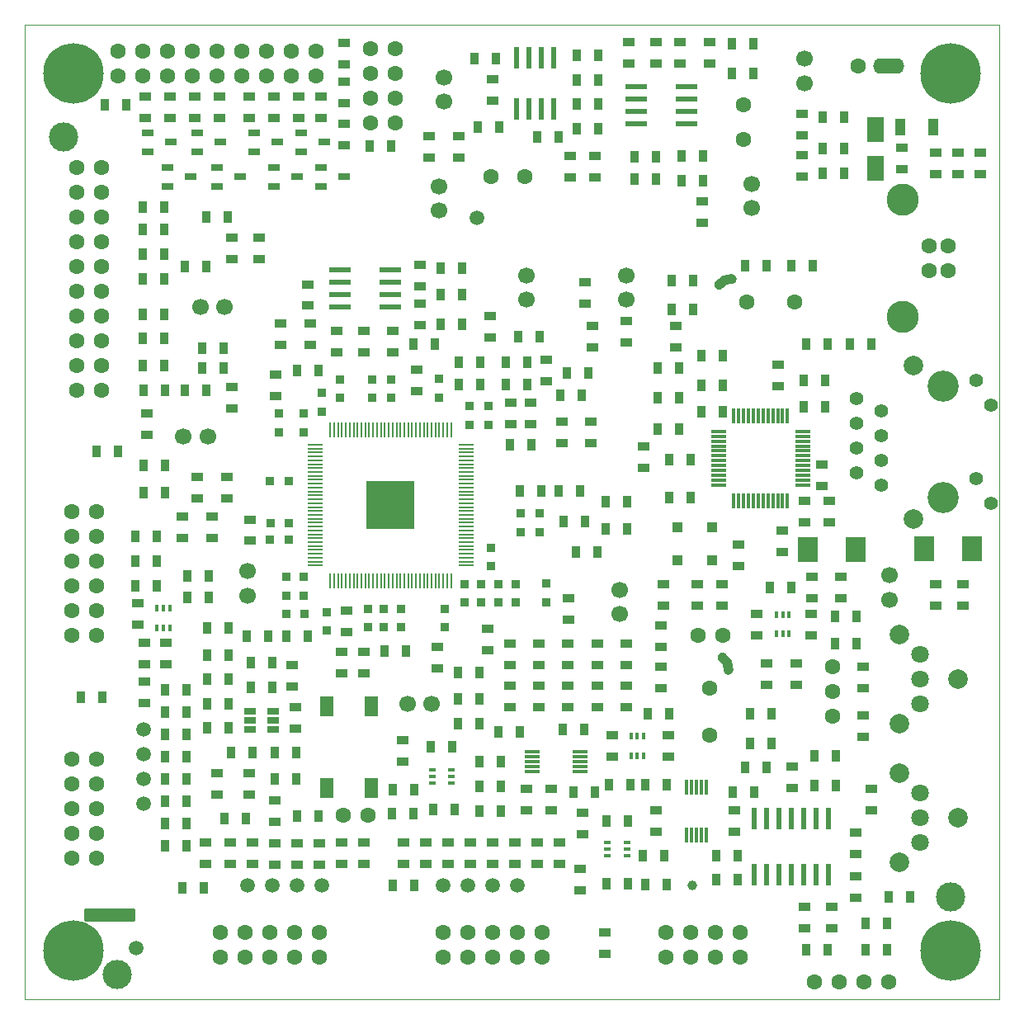
<source format=gts>
G04 #@! TF.FileFunction,Soldermask,Top*
%FSLAX46Y46*%
G04 Gerber Fmt 4.6, Leading zero omitted, Abs format (unit mm)*
G04 Created by KiCad (PCBNEW 4.0.5) date 02/08/17 14:07:06*
%MOMM*%
%LPD*%
G01*
G04 APERTURE LIST*
%ADD10C,0.150000*%
%ADD11C,1.000000*%
%ADD12C,0.100000*%
%ADD13R,1.300000X0.900000*%
%ADD14R,0.450000X0.800000*%
%ADD15C,1.400000*%
%ADD16C,2.000000*%
%ADD17C,3.200000*%
%ADD18C,1.600000*%
%ADD19C,1.500000*%
%ADD20R,0.900000X0.900000*%
%ADD21R,1.100000X1.700000*%
%ADD22R,0.900000X1.300000*%
%ADD23R,0.600000X2.200000*%
%ADD24C,1.700000*%
%ADD25O,3.200000X1.600000*%
%ADD26R,1.700000X2.500000*%
%ADD27C,1.800000*%
%ADD28C,6.200000*%
%ADD29C,3.000000*%
%ADD30C,3.300000*%
%ADD31R,1.000000X1.000000*%
%ADD32R,2.100000X2.600000*%
%ADD33R,1.400000X2.100000*%
%ADD34R,0.300000X1.500000*%
%ADD35R,1.500000X0.300000*%
%ADD36R,2.200000X0.600000*%
%ADD37R,0.800000X0.450000*%
%ADD38R,0.230000X1.500000*%
%ADD39R,1.500000X0.230000*%
%ADD40R,5.000000X5.000000*%
%ADD41O,2.500000X2.500000*%
%ADD42O,1.000000X1.000000*%
%ADD43R,1.200000X0.650000*%
%ADD44C,1.000000*%
%ADD45C,0.254000*%
G04 APERTURE END LIST*
D10*
D11*
X72192473Y33778209D02*
G75*
G03X71600000Y35050000I-1292473J171791D01*
G01*
X72521791Y73892473D02*
G75*
G03X71250000Y73300000I-171791J-1292473D01*
G01*
D12*
X0Y100000000D02*
X100000000Y100000000D01*
X15000000Y0D02*
X0Y0D01*
X100000000Y0D02*
X15000000Y0D01*
X100000000Y100000000D02*
X100000000Y0D01*
X0Y0D02*
X0Y100000000D01*
D13*
X38750000Y26610000D03*
X38750000Y24410000D03*
D14*
X78424000Y39458000D03*
X77774000Y39458000D03*
X77124000Y39458000D03*
X77124000Y37458000D03*
X77774000Y37458000D03*
X78424000Y37458000D03*
D15*
X87850000Y52720000D03*
X85310000Y53990000D03*
X87850000Y55260000D03*
X85310000Y56530000D03*
X87850000Y57800000D03*
X85310000Y59070000D03*
X87850000Y60340000D03*
X85310000Y61610000D03*
D16*
X91150000Y49290000D03*
X91150000Y65040000D03*
D17*
X94200000Y51450000D03*
X94200000Y62880000D03*
D15*
X99100000Y50840000D03*
X97580000Y63490000D03*
X97580000Y53380000D03*
X99100000Y60950000D03*
D18*
X78940000Y71500000D03*
X74060000Y71500000D03*
D13*
X80680000Y37358000D03*
X80680000Y39558000D03*
D19*
X11400000Y5200000D03*
X45466000Y11684000D03*
X48006000Y11684000D03*
X50546000Y11684000D03*
D20*
X43050000Y40050000D03*
X43050000Y38150000D03*
X31000000Y39700000D03*
X31000000Y37800000D03*
X32346000Y61670000D03*
X32346000Y63570000D03*
X30500000Y60300000D03*
X30500000Y62200000D03*
X53500000Y42650000D03*
X53500000Y40750000D03*
D21*
X89800000Y89500000D03*
X93200000Y89500000D03*
D13*
X41432000Y86376000D03*
X41432000Y88576000D03*
D22*
X10432000Y91804000D03*
X8232000Y91804000D03*
D13*
X60278000Y24900000D03*
X60278000Y27100000D03*
X78750000Y21650000D03*
X78750000Y23850000D03*
D22*
X83200000Y24950000D03*
X81000000Y24950000D03*
X81000000Y21950000D03*
X83200000Y21950000D03*
X88650000Y10500000D03*
X90850000Y10500000D03*
X88476000Y5080000D03*
X86276000Y5080000D03*
D13*
X80000000Y7282000D03*
X80000000Y9482000D03*
X85250000Y14900000D03*
X85250000Y17100000D03*
X85250000Y12600000D03*
X85250000Y10400000D03*
D22*
X46650000Y24384000D03*
X48850000Y24384000D03*
X46650000Y21844000D03*
X48850000Y21844000D03*
X46652000Y19304000D03*
X48852000Y19304000D03*
D13*
X45720000Y16086000D03*
X45720000Y13886000D03*
D22*
X57350000Y27686000D03*
X55150000Y27686000D03*
D13*
X51500000Y21600000D03*
X51500000Y19400000D03*
D22*
X70900000Y12250000D03*
X73100000Y12250000D03*
D13*
X50292000Y16086000D03*
X50292000Y13886000D03*
D22*
X74850000Y21250000D03*
X72650000Y21250000D03*
D13*
X54864000Y16086000D03*
X54864000Y13886000D03*
X52578000Y13886000D03*
X52578000Y16086000D03*
X48006000Y13886000D03*
X48006000Y16086000D03*
X43434000Y13886000D03*
X43434000Y16086000D03*
X64720000Y98178000D03*
X64720000Y95978000D03*
X44480000Y86376000D03*
X44480000Y88576000D03*
D22*
X39900000Y67250000D03*
X42100000Y67250000D03*
D13*
X21250000Y62850000D03*
X21250000Y60650000D03*
D22*
X69600000Y84000000D03*
X67400000Y84000000D03*
X20350000Y66750000D03*
X18150000Y66750000D03*
X20850000Y80250000D03*
X18650000Y80250000D03*
D13*
X66000000Y24900000D03*
X66000000Y27100000D03*
D22*
X74400000Y29250000D03*
X76600000Y29250000D03*
X74400000Y26250000D03*
X76600000Y26250000D03*
X50818000Y27432000D03*
X48618000Y27432000D03*
D13*
X54000000Y21600000D03*
X54000000Y19400000D03*
D22*
X83150000Y36500000D03*
X85350000Y36500000D03*
D13*
X28128000Y92650000D03*
X28128000Y90450000D03*
X30414000Y92650000D03*
X30414000Y90450000D03*
X12380000Y92650000D03*
X12380000Y90450000D03*
X14900000Y92650000D03*
X14900000Y90450000D03*
X17400000Y92650000D03*
X17400000Y90450000D03*
X20000000Y92650000D03*
X20000000Y90450000D03*
D22*
X83150000Y39250000D03*
X85350000Y39250000D03*
D13*
X80750000Y43350000D03*
X80750000Y41150000D03*
X90000000Y85150000D03*
X90000000Y87350000D03*
D22*
X56606000Y96822000D03*
X58806000Y96822000D03*
X58806000Y94322000D03*
X56606000Y94322000D03*
X56606000Y89322000D03*
X58806000Y89322000D03*
X81900000Y87250000D03*
X84100000Y87250000D03*
D13*
X58450000Y86544000D03*
X58450000Y84344000D03*
X37750000Y66400000D03*
X37750000Y68600000D03*
D22*
X16400000Y62500000D03*
X18600000Y62500000D03*
D13*
X62000000Y95978000D03*
X62000000Y98178000D03*
X70250000Y95978000D03*
X70250000Y98178000D03*
X95750000Y84650000D03*
X95750000Y86850000D03*
D22*
X52524000Y88492000D03*
X54724000Y88492000D03*
D13*
X98000000Y84650000D03*
X98000000Y86850000D03*
X21250000Y75900000D03*
X21250000Y78100000D03*
D22*
X39850000Y19000000D03*
X37650000Y19000000D03*
X63650000Y11750000D03*
X65850000Y11750000D03*
X37600000Y87500000D03*
X35400000Y87500000D03*
X76400000Y42250000D03*
X78600000Y42250000D03*
X84100000Y84750000D03*
X81900000Y84750000D03*
D13*
X24000000Y78100000D03*
X24000000Y75900000D03*
X86868000Y19400000D03*
X86868000Y21600000D03*
X83750000Y41150000D03*
X83750000Y43350000D03*
D22*
X48628000Y89508000D03*
X46428000Y89508000D03*
D13*
X79750000Y84400000D03*
X79750000Y86600000D03*
X79750000Y90850000D03*
X79750000Y88650000D03*
D22*
X84100000Y90500000D03*
X81900000Y90500000D03*
X46150000Y96500000D03*
X48350000Y96500000D03*
D13*
X40500000Y73150000D03*
X40500000Y75350000D03*
D22*
X20350000Y64750000D03*
X18150000Y64750000D03*
D13*
X48000000Y92150000D03*
X48000000Y94350000D03*
X86000000Y31900000D03*
X86000000Y34100000D03*
X86000000Y29100000D03*
X86000000Y26900000D03*
X93500000Y42600000D03*
X93500000Y40400000D03*
X96250000Y42600000D03*
X96250000Y40400000D03*
D22*
X88476000Y7750000D03*
X86276000Y7750000D03*
X82350000Y5080000D03*
X80150000Y5080000D03*
D13*
X82804000Y9482000D03*
X82804000Y7282000D03*
D23*
X82480000Y18522000D03*
X81210000Y18522000D03*
X79940000Y18522000D03*
X78670000Y18522000D03*
X77400000Y18522000D03*
X76130000Y18522000D03*
X74860000Y18522000D03*
X82480000Y12772000D03*
X81210000Y12772000D03*
X79940000Y12772000D03*
X78670000Y12772000D03*
X77400000Y12772000D03*
X76130000Y12772000D03*
X74860000Y12772000D03*
D13*
X76108000Y32278000D03*
X76108000Y34478000D03*
X40500000Y71350000D03*
X40500000Y69150000D03*
X79156000Y34478000D03*
X79156000Y32278000D03*
X75092000Y37358000D03*
X75092000Y39558000D03*
D22*
X12150000Y62500000D03*
X14350000Y62500000D03*
X14350000Y52000000D03*
X12150000Y52000000D03*
X14350000Y54750000D03*
X12150000Y54750000D03*
X64788000Y86470000D03*
X62588000Y86470000D03*
D13*
X69500000Y81850000D03*
X69500000Y79650000D03*
D24*
X88750000Y43500000D03*
X88750000Y41000000D03*
X42956000Y94568000D03*
X42956000Y92068000D03*
X80000000Y94000000D03*
X80000000Y96500000D03*
X20500000Y71000000D03*
X18000000Y71000000D03*
X18750000Y57750000D03*
X16250000Y57750000D03*
X42448000Y83392000D03*
X42448000Y80892000D03*
D22*
X63400000Y14750000D03*
X65600000Y14750000D03*
X73100000Y14750000D03*
X70900000Y14750000D03*
X37762000Y11684000D03*
X39962000Y11684000D03*
D18*
X85500000Y95750000D03*
D25*
X88675000Y95750000D03*
D26*
X87250000Y89250000D03*
X87250000Y85250000D03*
D18*
X81026000Y1778000D03*
X83566000Y1778000D03*
X86106000Y1778000D03*
X88646000Y1778000D03*
X35490000Y89908000D03*
X38030000Y89908000D03*
X9586000Y94750000D03*
X9586000Y97290000D03*
X82850000Y29010000D03*
X82850000Y34090000D03*
X82850000Y31550000D03*
D27*
X91842000Y35387000D03*
X91842000Y32847000D03*
X91842000Y30307000D03*
D16*
X95742000Y32847000D03*
X89742000Y37447000D03*
X89742000Y28247000D03*
D27*
X91842000Y21163000D03*
X91842000Y18623000D03*
X91842000Y16083000D03*
D16*
X95742000Y18623000D03*
X89742000Y23223000D03*
X89742000Y14023000D03*
D28*
X5000000Y5000000D03*
X95000000Y95000000D03*
X95000000Y5000000D03*
X5000000Y95000000D03*
D29*
X95000000Y10500000D03*
X4000000Y88500000D03*
X9500000Y2500000D03*
D19*
X46400000Y80200000D03*
D22*
X7375000Y56225000D03*
X9575000Y56225000D03*
D18*
X4826000Y50038000D03*
X7366000Y50038000D03*
X4826000Y47498000D03*
X7366000Y47498000D03*
X4826000Y44958000D03*
X7366000Y44958000D03*
X4826000Y42418000D03*
X7366000Y42418000D03*
X4826000Y39878000D03*
X7366000Y39878000D03*
X7366000Y37338000D03*
X4826000Y37338000D03*
D13*
X93500000Y86850000D03*
X93500000Y84650000D03*
D22*
X64788000Y84184000D03*
X62588000Y84184000D03*
X69600000Y86500000D03*
X67400000Y86500000D03*
D24*
X74610000Y83656000D03*
X74610000Y81156000D03*
D22*
X80150000Y67250000D03*
X82350000Y67250000D03*
D13*
X47500000Y35800000D03*
X47500000Y38000000D03*
D24*
X41750000Y30336000D03*
X39250000Y30336000D03*
D22*
X44400000Y30844000D03*
X46600000Y30844000D03*
X44400000Y28304000D03*
X46600000Y28304000D03*
D13*
X72762000Y17146000D03*
X72762000Y19346000D03*
X64750000Y17150000D03*
X64750000Y19350000D03*
X77750000Y48100000D03*
X77750000Y45900000D03*
D22*
X78650000Y75250000D03*
X80850000Y75250000D03*
X82100000Y60750000D03*
X79900000Y60750000D03*
X82100000Y63500000D03*
X79900000Y63500000D03*
D13*
X19750000Y23198000D03*
X19750000Y20998000D03*
X27460000Y32082000D03*
X27460000Y34282000D03*
D22*
X25360000Y34532000D03*
X23160000Y34532000D03*
X25360000Y32032000D03*
X23160000Y32032000D03*
X20860000Y27832000D03*
X18660000Y27832000D03*
X20860000Y38082000D03*
X18660000Y38082000D03*
D13*
X53500000Y63400000D03*
X53500000Y65600000D03*
D22*
X26840000Y37250000D03*
X29040000Y37250000D03*
D24*
X22880000Y43922000D03*
X22880000Y41422000D03*
D22*
X18880000Y41200000D03*
X16680000Y41200000D03*
D20*
X27079605Y48871937D03*
X25179605Y48871937D03*
X28700000Y39500000D03*
X26800000Y39500000D03*
D13*
X71500000Y42600000D03*
X71500000Y40400000D03*
D24*
X61000000Y42000000D03*
X61000000Y39500000D03*
D13*
X55750000Y41100000D03*
X55750000Y38900000D03*
D20*
X48596000Y42570000D03*
X48596000Y40670000D03*
X26096000Y58170000D03*
X26096000Y60070000D03*
X28596000Y58170000D03*
X28596000Y60070000D03*
X26846000Y43320000D03*
X26846000Y41420000D03*
X28596000Y43320000D03*
X28596000Y41420000D03*
X36846000Y40070000D03*
X36846000Y38170000D03*
X38555605Y40070000D03*
X38555605Y38170000D03*
X45096000Y42570000D03*
X45096000Y40670000D03*
X46846000Y42570000D03*
X46846000Y40670000D03*
X45596000Y58920000D03*
X45596000Y60820000D03*
X47596000Y58920000D03*
X47596000Y60820000D03*
X37596000Y61670000D03*
X37596000Y63570000D03*
X35596000Y61670000D03*
X35596000Y63570000D03*
D22*
X42650000Y69250000D03*
X44850000Y69250000D03*
D24*
X51500000Y71750000D03*
X51500000Y74250000D03*
D13*
X47750000Y70100000D03*
X47750000Y67900000D03*
D22*
X50650000Y68000000D03*
X52850000Y68000000D03*
D20*
X50896000Y47870000D03*
X52796000Y47870000D03*
X42522000Y61750000D03*
X42522000Y63650000D03*
X27046000Y53120000D03*
X25146000Y53120000D03*
X50896000Y49870000D03*
X52796000Y49870000D03*
X35175000Y40075000D03*
X35175000Y38175000D03*
X47846000Y46320000D03*
X47846000Y44420000D03*
D30*
X90040000Y82020000D03*
X90040000Y69980000D03*
D18*
X94750000Y74750000D03*
X92750000Y74750000D03*
X92750000Y77250000D03*
X94750000Y77250000D03*
X69088000Y37338000D03*
X71628000Y37338000D03*
D31*
X67000000Y45050000D03*
X67000000Y48450000D03*
X70500000Y45050000D03*
X70500000Y48450000D03*
D18*
X35490000Y92448000D03*
X38030000Y92448000D03*
D13*
X42352000Y36100000D03*
X42352000Y33900000D03*
D22*
X16680000Y43400000D03*
X18880000Y43400000D03*
D13*
X65500000Y42600000D03*
X65500000Y40400000D03*
D22*
X42650000Y75000000D03*
X44850000Y75000000D03*
D18*
X42926000Y4318000D03*
X42926000Y6858000D03*
X45466000Y4318000D03*
X45466000Y6858000D03*
X48006000Y4318000D03*
X48006000Y6858000D03*
X50546000Y4318000D03*
X50546000Y6858000D03*
X53086000Y4318000D03*
X53086000Y6858000D03*
X20066000Y4318000D03*
X20066000Y6858000D03*
X22606000Y4318000D03*
X22606000Y6858000D03*
X25146000Y4318000D03*
X25146000Y6858000D03*
X27686000Y4318000D03*
X27686000Y6858000D03*
X30226000Y4318000D03*
X30226000Y6858000D03*
X4826000Y24638000D03*
X7366000Y24638000D03*
X4826000Y22098000D03*
X7366000Y22098000D03*
X4826000Y19558000D03*
X7366000Y19558000D03*
X4826000Y17018000D03*
X7366000Y17018000D03*
X4826000Y14478000D03*
X7366000Y14478000D03*
X32672000Y18832000D03*
X35212000Y18832000D03*
D22*
X12108000Y70300000D03*
X14308000Y70300000D03*
X12108000Y65024000D03*
X14308000Y65024000D03*
D13*
X23368000Y13886000D03*
X23368000Y16086000D03*
X27940000Y13798000D03*
X27940000Y15998000D03*
X32512000Y13886000D03*
X32512000Y16086000D03*
X21082000Y16086000D03*
X21082000Y13886000D03*
X25654000Y15998000D03*
X25654000Y13798000D03*
X30226000Y15998000D03*
X30226000Y13798000D03*
X34798000Y16086000D03*
X34798000Y13886000D03*
D22*
X16594000Y31750000D03*
X14394000Y31750000D03*
X16594000Y27178000D03*
X14394000Y27178000D03*
X16594000Y22606000D03*
X14394000Y22606000D03*
X16594000Y18034000D03*
X14394000Y18034000D03*
X16594000Y15748000D03*
X14394000Y15748000D03*
X16594000Y20320000D03*
X14394000Y20320000D03*
X16594000Y24892000D03*
X14394000Y24892000D03*
X16594000Y29464000D03*
X14394000Y29464000D03*
X44435347Y33535347D03*
X46635347Y33535347D03*
D13*
X65250000Y34100000D03*
X65250000Y31900000D03*
X65250000Y38350000D03*
X65250000Y36150000D03*
X61750000Y69600000D03*
X61750000Y67400000D03*
X73200000Y44400000D03*
X73200000Y46600000D03*
X66750000Y69100000D03*
X66750000Y66900000D03*
X77250000Y62900000D03*
X77250000Y65100000D03*
D32*
X97200000Y46250000D03*
X92300000Y46250000D03*
X85238000Y46120000D03*
X80338000Y46120000D03*
D13*
X52730000Y36450000D03*
X52730000Y34250000D03*
X52730000Y32200000D03*
X52730000Y30000000D03*
X55730000Y36450000D03*
X55730000Y34250000D03*
X55730000Y32200000D03*
X55730000Y30000000D03*
X61730000Y36450000D03*
X61730000Y34250000D03*
X61730000Y32200000D03*
X61730000Y30000000D03*
X58730000Y36450000D03*
X58730000Y34250000D03*
X58730000Y32200000D03*
X58730000Y30000000D03*
X23000000Y23198000D03*
X23000000Y20998000D03*
D22*
X23360000Y25332000D03*
X21160000Y25332000D03*
D13*
X25654000Y18204000D03*
X25654000Y20404000D03*
X27760000Y29932000D03*
X27760000Y27732000D03*
D22*
X20490000Y18542000D03*
X22690000Y18542000D03*
X27900000Y18750000D03*
X30100000Y18750000D03*
X18660000Y32832000D03*
X20860000Y32832000D03*
X18660000Y30332000D03*
X20860000Y30332000D03*
X18660000Y35332000D03*
X20860000Y35332000D03*
X22776000Y37250000D03*
X24976000Y37250000D03*
D13*
X69000000Y40400000D03*
X69000000Y42600000D03*
D22*
X76100000Y23750000D03*
X73900000Y23750000D03*
X58450000Y21250000D03*
X56250000Y21250000D03*
X27900000Y64500000D03*
X30100000Y64500000D03*
D13*
X34750000Y68600000D03*
X34750000Y66400000D03*
X16178000Y47326000D03*
X16178000Y49526000D03*
X17702000Y51390000D03*
X17702000Y53590000D03*
X29250000Y69350000D03*
X29250000Y67150000D03*
X29000000Y73350000D03*
X29000000Y71150000D03*
X26250000Y69350000D03*
X26250000Y67150000D03*
X25750000Y64100000D03*
X25750000Y61900000D03*
X19226000Y47326000D03*
X19226000Y49526000D03*
X20750000Y51390000D03*
X20750000Y53590000D03*
X32000000Y68600000D03*
X32000000Y66400000D03*
X32746000Y87650000D03*
X32746000Y89850000D03*
X40236000Y64562000D03*
X40236000Y62362000D03*
D22*
X16426000Y75184000D03*
X18626000Y75184000D03*
X12108000Y81280000D03*
X14308000Y81280000D03*
X44850000Y72250000D03*
X42650000Y72250000D03*
D13*
X32975000Y39850000D03*
X32975000Y37650000D03*
X58096000Y57020000D03*
X58096000Y59220000D03*
X55096000Y57020000D03*
X55096000Y59220000D03*
X23096000Y47020000D03*
X23096000Y49220000D03*
D22*
X54746000Y52120000D03*
X56946000Y52120000D03*
X50746000Y52120000D03*
X52946000Y52120000D03*
X13546000Y47498000D03*
X11346000Y47498000D03*
X13546000Y42418000D03*
X11346000Y42418000D03*
X13546000Y44958000D03*
X11346000Y44958000D03*
X56558000Y45847000D03*
X58758000Y45847000D03*
X59606000Y48260000D03*
X61806000Y48260000D03*
X55288000Y49022000D03*
X57488000Y49022000D03*
X59606000Y51054000D03*
X61806000Y51054000D03*
X14308000Y73914000D03*
X12108000Y73914000D03*
X14308000Y76454000D03*
X12108000Y76454000D03*
X14308000Y67818000D03*
X12108000Y67818000D03*
X14308000Y78994000D03*
X12108000Y78994000D03*
X49746000Y56870000D03*
X51946000Y56870000D03*
D13*
X51846000Y59020000D03*
X51846000Y61220000D03*
X49846000Y59020000D03*
X49846000Y61220000D03*
D33*
X35510000Y21632000D03*
X31010000Y21632000D03*
X35510000Y30032000D03*
X31010000Y30032000D03*
D19*
X27940000Y11684000D03*
X30480000Y11684000D03*
X25400000Y11684000D03*
X12192000Y25146000D03*
X12192000Y22606000D03*
X12192000Y20066000D03*
D34*
X67896000Y21728000D03*
X67896000Y16828000D03*
X68396000Y21728000D03*
X68396000Y16828000D03*
X68896000Y21728000D03*
X68896000Y16828000D03*
X69396000Y21728000D03*
X69396000Y16828000D03*
X69896000Y21728000D03*
X69896000Y16828000D03*
D35*
X56962000Y25384000D03*
X52062000Y25384000D03*
X56962000Y24884000D03*
X52062000Y24884000D03*
X56962000Y24384000D03*
X52062000Y24384000D03*
X56962000Y23884000D03*
X52062000Y23884000D03*
X56962000Y23384000D03*
X52062000Y23384000D03*
D36*
X32300000Y74790000D03*
X32300000Y73520000D03*
X32300000Y72250000D03*
X32300000Y70980000D03*
X37500000Y70980000D03*
X37500000Y72250000D03*
X37500000Y73520000D03*
X37500000Y74790000D03*
D18*
X70250000Y27060000D03*
X70250000Y31940000D03*
D13*
X14500000Y36600000D03*
X14500000Y34400000D03*
X11594000Y38400000D03*
X11594000Y40600000D03*
D22*
X73900000Y75250000D03*
X76100000Y75250000D03*
X57850000Y64250000D03*
X55650000Y64250000D03*
D24*
X61750000Y74250000D03*
X61750000Y71750000D03*
D22*
X66400000Y73750000D03*
X68600000Y73750000D03*
X66400000Y70750000D03*
X68600000Y70750000D03*
D13*
X57500000Y73600000D03*
X57500000Y71400000D03*
X49730000Y36450000D03*
X49730000Y34250000D03*
X58250000Y69100000D03*
X58250000Y66900000D03*
D36*
X67895981Y89788000D03*
X67895981Y91058000D03*
X67895981Y92328000D03*
X67895981Y93598000D03*
X62695981Y93598000D03*
X62695981Y92328000D03*
X62695981Y91058000D03*
X62695981Y89788000D03*
D22*
X41682000Y25898000D03*
X43882000Y25898000D03*
X41900000Y19500000D03*
X44100000Y19500000D03*
X59650000Y11850000D03*
X61850000Y11850000D03*
X59682000Y18314000D03*
X61882000Y18314000D03*
D18*
X5334000Y85344000D03*
X7874000Y85344000D03*
X5334000Y82804000D03*
X7874000Y82804000D03*
X5334000Y80264000D03*
X7874000Y80264000D03*
X5334000Y77724000D03*
X7874000Y77724000D03*
X5334000Y75184000D03*
X7874000Y75184000D03*
X5334000Y72644000D03*
X7874000Y72644000D03*
X5334000Y70104000D03*
X7874000Y70104000D03*
X5334000Y67564000D03*
X7874000Y67564000D03*
X5334000Y65024000D03*
X7874000Y65024000D03*
X5334000Y62484000D03*
X7874000Y62484000D03*
X65786000Y4318000D03*
X65786000Y6858000D03*
X68326000Y4318000D03*
X68326000Y6858000D03*
X70866000Y4318000D03*
X70866000Y6858000D03*
X73406000Y4318000D03*
X73406000Y6858000D03*
D13*
X41148000Y16086000D03*
X41148000Y13886000D03*
X38862000Y16086000D03*
X38862000Y13886000D03*
D22*
X16172000Y11430000D03*
X18372000Y11430000D03*
D13*
X18542000Y16086000D03*
X18542000Y13886000D03*
D22*
X51544000Y63054000D03*
X49344000Y63054000D03*
X44518000Y63054000D03*
X46718000Y63054000D03*
X51544000Y65340000D03*
X49344000Y65340000D03*
X44518000Y65340000D03*
X46718000Y65340000D03*
X37762000Y21500000D03*
X39962000Y21500000D03*
D13*
X57250000Y19100000D03*
X57250000Y16900000D03*
X57000000Y13350000D03*
X57000000Y11150000D03*
D22*
X63900000Y29250000D03*
X66100000Y29250000D03*
X59900000Y22000000D03*
X62100000Y22000000D03*
D14*
X14874000Y40116000D03*
X14224000Y40116000D03*
X13574000Y40116000D03*
X13574000Y38116000D03*
X14224000Y38116000D03*
X14874000Y38116000D03*
D37*
X43782000Y22200000D03*
X43782000Y22850000D03*
X43782000Y23500000D03*
X41782000Y23500000D03*
X41782000Y22850000D03*
X41782000Y22200000D03*
X61798000Y14758000D03*
X61798000Y15408000D03*
X61798000Y16058000D03*
X59798000Y16058000D03*
X59798000Y15408000D03*
X59798000Y14758000D03*
D14*
X63476000Y27000000D03*
X62826000Y27000000D03*
X62176000Y27000000D03*
X62176000Y25000000D03*
X62826000Y25000000D03*
X63476000Y25000000D03*
D38*
X43731605Y58437937D03*
X43331605Y58437937D03*
X42931605Y58437937D03*
X42531605Y58437937D03*
X42131605Y58437937D03*
X41731605Y58437937D03*
X41331605Y58437937D03*
X40931605Y58437937D03*
X40531605Y58437937D03*
X40131605Y58437937D03*
X39731605Y58437937D03*
X39331605Y58437937D03*
X38931605Y58437937D03*
X38531605Y58437937D03*
X38131605Y58437937D03*
X37731605Y58437937D03*
X37331605Y58437937D03*
X36931605Y58437937D03*
X36531605Y58437937D03*
X36131605Y58437937D03*
X35731605Y58437937D03*
X35331605Y58437937D03*
X34931605Y58437937D03*
X34531605Y58437937D03*
X34131605Y58437937D03*
X33731605Y58437937D03*
X33331605Y58437937D03*
X32931605Y58437937D03*
X32531605Y58437937D03*
X32131605Y58437937D03*
X31731605Y58437937D03*
X31331605Y58437937D03*
D39*
X29781605Y56887937D03*
X29781605Y56487937D03*
X29781605Y56087937D03*
X29781605Y55687937D03*
X29781605Y55287937D03*
X29781605Y54887937D03*
X29781605Y54487937D03*
X29781605Y54087937D03*
X29781605Y53687937D03*
X29781605Y53287937D03*
X29781605Y52887937D03*
X29781605Y52487937D03*
X29781605Y52087937D03*
X29781605Y51687937D03*
X29781605Y51287937D03*
X29781605Y50887937D03*
X29781605Y50487937D03*
X29781605Y50087937D03*
X29781605Y49687937D03*
X29781605Y49287937D03*
X29781605Y48887937D03*
X29781605Y48487937D03*
X29781605Y48087937D03*
X29781605Y47687937D03*
X29781605Y47287937D03*
X29781605Y46887937D03*
X29781605Y46487937D03*
X29781605Y46087937D03*
X29781605Y45687937D03*
X29781605Y45287937D03*
X29781605Y44887937D03*
X29781605Y44487937D03*
D38*
X31331605Y42937937D03*
X31731605Y42937937D03*
X32131605Y42937937D03*
X32531605Y42937937D03*
X32931605Y42937937D03*
X33331605Y42937937D03*
X33731605Y42937937D03*
X34131605Y42937937D03*
X34531605Y42937937D03*
X34931605Y42937937D03*
X35331605Y42937937D03*
X35731605Y42937937D03*
X36131605Y42937937D03*
X36531605Y42937937D03*
X36931605Y42937937D03*
X37331605Y42937937D03*
X37731605Y42937937D03*
X38131605Y42937937D03*
X38531605Y42937937D03*
X38931605Y42937937D03*
X39331605Y42937937D03*
X39731605Y42937937D03*
X40131605Y42937937D03*
X40531605Y42937937D03*
X40931605Y42937937D03*
X41331605Y42937937D03*
X41731605Y42937937D03*
X42131605Y42937937D03*
X42531605Y42937937D03*
X42931605Y42937937D03*
X43331605Y42937937D03*
X43731605Y42937937D03*
D39*
X45281605Y44487937D03*
X45281605Y44887937D03*
X45281605Y45287937D03*
X45281605Y45687937D03*
X45281605Y46087937D03*
X45281605Y46487937D03*
X45281605Y46887937D03*
X45281605Y47287937D03*
X45281605Y47687937D03*
X45281605Y48087937D03*
X45281605Y48487937D03*
X45281605Y48887937D03*
X45281605Y49287937D03*
X45281605Y49687937D03*
X45281605Y50087937D03*
X45281605Y50487937D03*
X45281605Y50887937D03*
X45281605Y51287937D03*
X45281605Y51687937D03*
X45281605Y52087937D03*
X45281605Y52487937D03*
X45281605Y52887937D03*
X45281605Y53287937D03*
X45281605Y53687937D03*
X45281605Y54087937D03*
X45281605Y54487937D03*
X45281605Y54887937D03*
X45281605Y55287937D03*
X45281605Y55687937D03*
X45281605Y56087937D03*
X45281605Y56487937D03*
X45281605Y56887937D03*
D40*
X37531605Y50687937D03*
D41*
X37531605Y50687937D03*
D42*
X39281605Y52437937D03*
X37531605Y52437937D03*
X35781605Y52437937D03*
X35781605Y50687937D03*
X35781605Y48937937D03*
X37531605Y48937937D03*
X39281605Y48937937D03*
X39281605Y50687937D03*
D22*
X57100000Y62000000D03*
X54900000Y62000000D03*
D13*
X12500000Y57900000D03*
X12500000Y60100000D03*
X63500000Y56726000D03*
X63500000Y54526000D03*
D22*
X67100000Y58500000D03*
X64900000Y58500000D03*
X67100000Y61750000D03*
X64900000Y61750000D03*
X71600000Y63000000D03*
X69400000Y63000000D03*
X67100000Y64750000D03*
X64900000Y64750000D03*
X71600000Y66000000D03*
X69400000Y66000000D03*
D13*
X49730000Y32200000D03*
X49730000Y30000000D03*
D22*
X74750000Y98016000D03*
X72550000Y98016000D03*
X72550000Y95016000D03*
X74750000Y95016000D03*
X58806000Y91822000D03*
X56606000Y91822000D03*
D13*
X67250000Y98178000D03*
X67250000Y95978000D03*
D22*
X5750000Y31000000D03*
X7950000Y31000000D03*
D13*
X59500000Y4650000D03*
X59500000Y6850000D03*
X12250000Y34400000D03*
X12250000Y36600000D03*
X12250000Y30400000D03*
X12250000Y32600000D03*
D19*
X42926000Y11684000D03*
X22860000Y11684000D03*
X12192000Y27686000D03*
D13*
X34750000Y33400000D03*
X34750000Y35600000D03*
X32500000Y35600000D03*
X32500000Y33400000D03*
D35*
X79850000Y52750000D03*
X79850000Y53250000D03*
X79850000Y53750000D03*
X79850000Y54250000D03*
X79850000Y54750000D03*
X79850000Y55250000D03*
X79850000Y55750000D03*
X79850000Y56250000D03*
X79850000Y56750000D03*
X79850000Y57250000D03*
X79850000Y57750000D03*
X79850000Y58250000D03*
D34*
X78250000Y59850000D03*
X77750000Y59850000D03*
X77250000Y59850000D03*
X76750000Y59850000D03*
X76250000Y59850000D03*
X75750000Y59850000D03*
X75250000Y59850000D03*
X74750000Y59850000D03*
X74250000Y59850000D03*
X73750000Y59850000D03*
X73250000Y59850000D03*
X72750000Y59850000D03*
D35*
X71150000Y58250000D03*
X71150000Y57750000D03*
X71150000Y57250000D03*
X71150000Y56750000D03*
X71150000Y56250000D03*
X71150000Y55750000D03*
X71150000Y55250000D03*
X71150000Y54750000D03*
X71150000Y54250000D03*
X71150000Y53750000D03*
X71150000Y53250000D03*
X71150000Y52750000D03*
D34*
X72750000Y51150000D03*
X73250000Y51150000D03*
X73750000Y51150000D03*
X74250000Y51150000D03*
X74750000Y51150000D03*
X75250000Y51150000D03*
X75750000Y51150000D03*
X76250000Y51150000D03*
X76750000Y51150000D03*
X77250000Y51150000D03*
X77750000Y51150000D03*
X78250000Y51150000D03*
D13*
X55910000Y84344000D03*
X55910000Y86544000D03*
D22*
X25660000Y22582000D03*
X27860000Y22582000D03*
X25660000Y25332000D03*
X27860000Y25332000D03*
D18*
X51310000Y84428000D03*
X47810000Y84428000D03*
X73750000Y91748000D03*
X73750000Y88248000D03*
D23*
X50436000Y91372000D03*
X51706000Y91372000D03*
X52976000Y91372000D03*
X54246000Y91372000D03*
X54246000Y96572000D03*
X52976000Y96572000D03*
X51706000Y96572000D03*
X50436000Y96572000D03*
D43*
X25460000Y28582000D03*
X23060000Y29532000D03*
X23060000Y28582000D03*
X23060000Y27632000D03*
X25460000Y27632000D03*
X25460000Y29532000D03*
D20*
X50346000Y42570000D03*
X50346000Y40670000D03*
X27046000Y47120000D03*
X25146000Y47120000D03*
D22*
X68350000Y51500000D03*
X66150000Y51500000D03*
D13*
X80000000Y51100000D03*
X80000000Y48900000D03*
D22*
X68350000Y55372000D03*
X66150000Y55372000D03*
D13*
X82500000Y51100000D03*
X82500000Y48900000D03*
X81750000Y54850000D03*
X81750000Y52650000D03*
D22*
X69400000Y60250000D03*
X71600000Y60250000D03*
X36900000Y35750000D03*
X39100000Y35750000D03*
D43*
X25926000Y87926000D03*
X23526000Y88876000D03*
X23526000Y86976000D03*
X22116000Y84370000D03*
X19716000Y85320000D03*
X19716000Y83420000D03*
X27958000Y84370000D03*
X25558000Y85320000D03*
X25558000Y83420000D03*
X20084000Y87926000D03*
X17684000Y88876000D03*
X17684000Y86976000D03*
X30752000Y87926000D03*
X28352000Y88876000D03*
X28352000Y86976000D03*
X17036000Y84370000D03*
X14636000Y85320000D03*
X14636000Y83420000D03*
D22*
X86850000Y67250000D03*
X84650000Y67250000D03*
X65850000Y22000000D03*
X63650000Y22000000D03*
D43*
X32784000Y84370000D03*
X30384000Y85320000D03*
X30384000Y83420000D03*
X15004000Y87926000D03*
X12604000Y88876000D03*
X12604000Y86976000D03*
D18*
X35490000Y94988000D03*
X38030000Y94988000D03*
X35490000Y97528000D03*
X38030000Y97528000D03*
D13*
X25588000Y92650000D03*
X25588000Y90450000D03*
X23000000Y92650000D03*
X23000000Y90450000D03*
X32746000Y91900000D03*
X32746000Y94100000D03*
X32746000Y95900000D03*
X32746000Y98100000D03*
D18*
X19746000Y97278000D03*
X19746000Y94738000D03*
X17206000Y97278000D03*
X17206000Y94738000D03*
X14666000Y97278000D03*
X14666000Y94738000D03*
X12126000Y97278000D03*
X12126000Y94738000D03*
X29906000Y97290000D03*
X29906000Y94750000D03*
X27366000Y97290000D03*
X27366000Y94750000D03*
X24826000Y97290000D03*
X24826000Y94750000D03*
X22286000Y97290000D03*
X22286000Y94750000D03*
D44*
X68450000Y11700000D03*
D45*
G36*
X11173000Y8077000D02*
X6127000Y8077000D01*
X6127000Y9223000D01*
X11173000Y9223000D01*
X11173000Y8077000D01*
X11173000Y8077000D01*
G37*
X11173000Y8077000D02*
X6127000Y8077000D01*
X6127000Y9223000D01*
X11173000Y9223000D01*
X11173000Y8077000D01*
M02*

</source>
